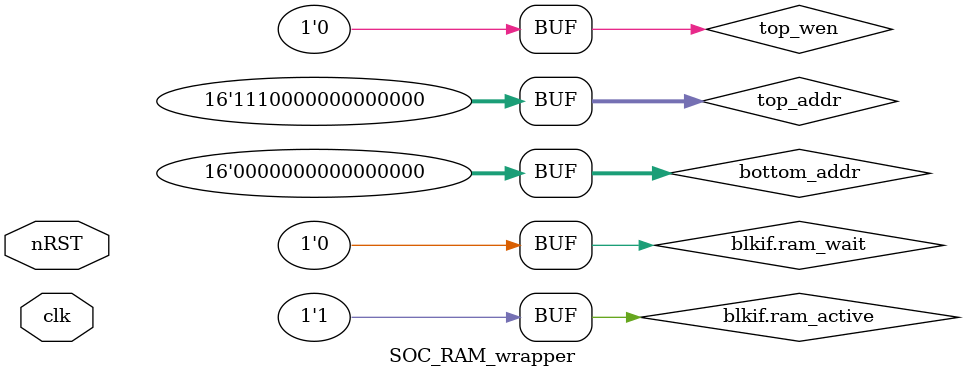
<source format=sv>
`include "memory_blocks_if.vh"

module SOC_RAM_wrapper(input logic clk, nRST, memory_blocks_if.ram blkif);

parameter integer ADDRBITSIZE = 16;
parameter integer DATABITSIZE = 32;
parameter integer TOPROM = 16;

parameter TOPSIZE = 255;
parameter BOTTOMSIZE = 7;
//parameter TOP_OFFSET = 16'h2db3;
parameter TOP_OFFSET = 16'h2000;
  //modport ram (
  //  input wen, wdata, addr, byte_en,
  //  output ram_rdata, ram_wait, ram_active
  //);
  
  logic [ADDRBITSIZE-1:0] bottom_addr;
  logic [ADDRBITSIZE-1:0] top_addr;

  logic [DATABITSIZE-1:0] TOPRAMdata;
  logic [DATABITSIZE-1:0] BOTTOMRAMdata;

  logic top_wen;
  logic bottom_wen;

  logic [ADDRBITSIZE-1:0] reg_addr;

  assign bottom_addr = blkif.addr >> 2;
  assign top_addr = (blkif.addr >> 2) - TOP_OFFSET;

  assign blkif.ram_wait = 1'b0;

  always_ff @(posedge clk, negedge nRST) begin
    if(!nRST) begin
      reg_addr <= '1;
    end else begin
      reg_addr <= (blkif.addr >> 2);
    end

  end

  always_comb begin
    if (bottom_addr <= BOTTOMSIZE) begin
      blkif.ram_rdata = BOTTOMRAMdata;
      bottom_wen = blkif.wen;
      top_wen = 1'b0;
      blkif.ram_active = 1'b1;
    end else if (top_addr <= TOPSIZE) begin
      blkif.ram_rdata = TOPRAMdata;
      top_wen = blkif.wen;
      bottom_wen = 1'b0;
      blkif.ram_active = 1'b1;
    end else begin
      blkif.ram_rdata = 32'hBAD1BAD1;
      top_wen = 1'b0;
      bottom_wen = 1'b0;
      blkif.ram_active = 1'b0;
    end
  end

	SOC_RAM #(.ADDRBIT(ADDRBITSIZE),.DATABIT(DATABITSIZE),.BOTTOMADDR(0),.TOPADDR(TOPSIZE)) TOPRAM(.clk(clk),.n_rst(nRST),.w_data(blkif.wdata),.addr(top_addr),.w_en(top_wen),.byte_en(blkif.byte_en),.r_data(TOPRAMdata));
	SOC_RAM #(.ADDRBIT(ADDRBITSIZE),.DATABIT(DATABITSIZE),.BOTTOMADDR(0),.TOPADDR(BOTTOMSIZE)) BOTTOMRAM(.clk(clk),.n_rst(nRST),.w_data(blkif.wdata),.addr(bottom_addr),.w_en(bottom_wen),.byte_en(blkif.byte_en),.r_data(BOTTOMRAMdata));

endmodule

</source>
